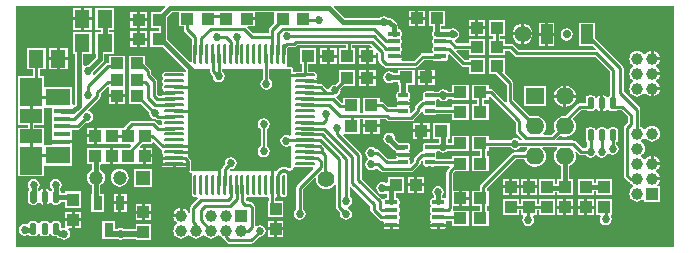
<source format=gtl>
G04 Layer_Physical_Order=1*
G04 Layer_Color=255*
%FSLAX23Y23*%
%MOIN*%
G70*
G01*
G75*
%ADD10R,0.043X0.039*%
G04:AMPARAMS|DCode=11|XSize=39mil|YSize=22mil|CornerRadius=5mil|HoleSize=0mil|Usage=FLASHONLY|Rotation=270.000|XOffset=0mil|YOffset=0mil|HoleType=Round|Shape=RoundedRectangle|*
%AMROUNDEDRECTD11*
21,1,0.039,0.011,0,0,270.0*
21,1,0.029,0.022,0,0,270.0*
1,1,0.011,-0.005,-0.014*
1,1,0.011,-0.005,0.014*
1,1,0.011,0.005,0.014*
1,1,0.011,0.005,-0.014*
%
%ADD11ROUNDEDRECTD11*%
%ADD12R,0.039X0.043*%
%ADD13R,0.051X0.059*%
%ADD14R,0.039X0.067*%
G04:AMPARAMS|DCode=15|XSize=16mil|YSize=33mil|CornerRadius=4mil|HoleSize=0mil|Usage=FLASHONLY|Rotation=90.000|XOffset=0mil|YOffset=0mil|HoleType=Round|Shape=RoundedRectangle|*
%AMROUNDEDRECTD15*
21,1,0.016,0.026,0,0,90.0*
21,1,0.008,0.033,0,0,90.0*
1,1,0.008,0.013,0.004*
1,1,0.008,0.013,-0.004*
1,1,0.008,-0.013,-0.004*
1,1,0.008,-0.013,0.004*
%
%ADD15ROUNDEDRECTD15*%
G04:AMPARAMS|DCode=16|XSize=16mil|YSize=41mil|CornerRadius=4mil|HoleSize=0mil|Usage=FLASHONLY|Rotation=90.000|XOffset=0mil|YOffset=0mil|HoleType=Round|Shape=RoundedRectangle|*
%AMROUNDEDRECTD16*
21,1,0.016,0.033,0,0,90.0*
21,1,0.008,0.041,0,0,90.0*
1,1,0.008,0.017,0.004*
1,1,0.008,0.017,-0.004*
1,1,0.008,-0.017,-0.004*
1,1,0.008,-0.017,0.004*
%
%ADD16ROUNDEDRECTD16*%
%ADD17R,0.031X0.047*%
%ADD18R,0.075X0.094*%
%ADD19R,0.075X0.046*%
%ADD20R,0.054X0.018*%
%ADD21R,0.083X0.058*%
%ADD22O,0.010X0.071*%
%ADD23O,0.071X0.010*%
%ADD24C,0.010*%
%ADD25C,0.016*%
%ADD26C,0.020*%
%ADD27C,0.008*%
%ADD28C,0.014*%
%ADD29R,0.055X0.031*%
%ADD30R,0.016X0.039*%
%ADD31C,0.028*%
%ADD32R,0.039X0.039*%
%ADD33C,0.039*%
%ADD34R,0.039X0.039*%
%ADD35C,0.055*%
%ADD36O,0.062X0.055*%
%ADD37R,0.062X0.055*%
%ADD38C,0.047*%
%ADD39R,0.047X0.047*%
%ADD40C,0.027*%
%ADD41C,0.031*%
G36*
X2038Y-402D02*
X-153D01*
Y402D01*
X342D01*
X344Y397D01*
X327Y381D01*
X294D01*
Y329D01*
X322D01*
Y317D01*
X293D01*
Y265D01*
X335D01*
X413Y188D01*
Y183D01*
X408Y180D01*
X408Y180D01*
X404Y181D01*
X343D01*
X338Y180D01*
X335Y178D01*
X332Y174D01*
X331Y170D01*
X332Y165D01*
X334Y163D01*
X334Y160D01*
X334Y156D01*
X332Y154D01*
X331Y150D01*
X332Y146D01*
X334Y144D01*
X334Y140D01*
X334Y137D01*
X332Y135D01*
X331Y130D01*
X332Y126D01*
X334Y124D01*
X334Y120D01*
X334Y117D01*
X333Y116D01*
X373D01*
Y106D01*
X332D01*
X331Y105D01*
X329Y102D01*
X320D01*
X315Y107D01*
Y151D01*
X315Y151D01*
X314Y155D01*
X312Y159D01*
X312Y159D01*
X296Y175D01*
Y184D01*
X296Y184D01*
X295Y188D01*
X293Y192D01*
X293Y192D01*
X277Y208D01*
Y236D01*
X222D01*
Y187D01*
X222Y184D01*
X222D01*
Y182D01*
X222Y182D01*
Y130D01*
X222Y130D01*
X222Y128D01*
X222D01*
X222Y125D01*
Y76D01*
X259D01*
X291Y45D01*
X290Y43D01*
X292Y35D01*
X296Y29D01*
X302Y25D01*
X310Y23D01*
X313Y24D01*
X316Y22D01*
X320Y21D01*
X329D01*
X331Y18D01*
X332Y16D01*
X331Y12D01*
X332Y9D01*
X331Y7D01*
X329Y4D01*
X322D01*
X311Y15D01*
X307Y17D01*
X303Y18D01*
X231D01*
X226Y17D01*
X223Y15D01*
X208Y-0D01*
X205Y-4D01*
X205Y-4D01*
X193D01*
Y-4D01*
X190Y-4D01*
X190Y-4D01*
X140D01*
X138Y-4D01*
X133Y-4D01*
X114D01*
Y-32D01*
Y-59D01*
X133D01*
X135Y-59D01*
X140Y-59D01*
X190D01*
Y-59D01*
X193Y-59D01*
Y-59D01*
X227D01*
X229Y-64D01*
X222Y-71D01*
X195D01*
X193Y-71D01*
X188Y-71D01*
X169D01*
Y-98D01*
Y-126D01*
X188D01*
X190Y-126D01*
X195Y-126D01*
X243D01*
X245Y-126D01*
Y-126D01*
X248D01*
X248Y-126D01*
X269D01*
Y-98D01*
Y-71D01*
X260D01*
X258Y-66D01*
X265Y-59D01*
X300D01*
Y-55D01*
X304Y-53D01*
X326Y-74D01*
X329Y-77D01*
X330Y-77D01*
X332Y-82D01*
X331Y-86D01*
X332Y-91D01*
X334Y-93D01*
X334Y-96D01*
X334Y-100D01*
X333Y-101D01*
X373D01*
Y-111D01*
X333D01*
X334Y-112D01*
X334Y-116D01*
X334Y-119D01*
X333Y-121D01*
X413D01*
X412Y-119D01*
X412Y-116D01*
X412Y-112D01*
X413Y-111D01*
X419Y-110D01*
X421Y-112D01*
X422Y-114D01*
X423Y-117D01*
Y-147D01*
X423Y-149D01*
X424Y-151D01*
X426Y-153D01*
X426Y-153D01*
X426Y-154D01*
X428Y-154D01*
X430Y-155D01*
X430Y-155D01*
X431Y-156D01*
X433Y-160D01*
X433Y-161D01*
X432Y-165D01*
Y-226D01*
X433Y-230D01*
X435Y-234D01*
X439Y-236D01*
X443Y-237D01*
X447Y-236D01*
X452Y-238D01*
X452Y-239D01*
X452Y-239D01*
X428Y-264D01*
X425Y-268D01*
X425Y-272D01*
Y-288D01*
X420Y-288D01*
X418Y-285D01*
X414Y-280D01*
X409Y-276D01*
X402Y-273D01*
X401Y-273D01*
Y-298D01*
X396D01*
Y-303D01*
X370D01*
X371Y-305D01*
X373Y-311D01*
X377Y-316D01*
X382Y-320D01*
X383Y-323D01*
Y-323D01*
X382Y-326D01*
X377Y-330D01*
X373Y-335D01*
X371Y-341D01*
X370Y-348D01*
X371Y-355D01*
X373Y-361D01*
X377Y-366D01*
X383Y-370D01*
X389Y-373D01*
X396Y-374D01*
X402Y-373D01*
X409Y-370D01*
X414Y-366D01*
X418Y-361D01*
X421Y-361D01*
X421D01*
X423Y-361D01*
X427Y-366D01*
X433Y-370D01*
X439Y-373D01*
X446Y-374D01*
X452Y-373D01*
X459Y-370D01*
X464Y-366D01*
X468Y-361D01*
X471Y-361D01*
X471D01*
X473Y-361D01*
X477Y-366D01*
X483Y-370D01*
X489Y-373D01*
X496Y-374D01*
X502Y-373D01*
X509Y-370D01*
X514Y-366D01*
X518Y-361D01*
X521Y-361D01*
X521D01*
X523Y-361D01*
X527Y-366D01*
X533Y-370D01*
X535Y-371D01*
X535Y-372D01*
X538Y-376D01*
X549Y-387D01*
X553Y-390D01*
X557Y-391D01*
X630D01*
X635Y-390D01*
X638Y-387D01*
X657Y-369D01*
X659Y-369D01*
X667Y-367D01*
X673Y-363D01*
X677Y-357D01*
X679Y-349D01*
X677Y-341D01*
X673Y-335D01*
X667Y-331D01*
X659Y-329D01*
X651Y-331D01*
X647Y-333D01*
X642Y-331D01*
Y-269D01*
X641Y-265D01*
X639Y-261D01*
X631Y-253D01*
X627Y-251D01*
X623Y-250D01*
X613D01*
X612Y-249D01*
Y-239D01*
X615Y-237D01*
X617Y-236D01*
X620Y-237D01*
X624Y-236D01*
X627Y-235D01*
X630Y-234D01*
X633Y-235D01*
X636Y-236D01*
X640Y-237D01*
X644Y-236D01*
X646Y-235D01*
X650Y-234D01*
X653Y-235D01*
X655Y-236D01*
X660Y-237D01*
X664Y-236D01*
X666Y-235D01*
X669Y-234D01*
X673Y-235D01*
X675Y-236D01*
X679Y-237D01*
X683Y-236D01*
X685Y-237D01*
X688Y-239D01*
Y-248D01*
X685D01*
Y-303D01*
X737D01*
Y-248D01*
X710D01*
Y-239D01*
X713Y-237D01*
X714Y-237D01*
Y-196D01*
X724D01*
Y-236D01*
X725Y-235D01*
X728Y-234D01*
X732Y-235D01*
X734Y-236D01*
X738Y-237D01*
X743Y-236D01*
X746Y-234D01*
X749Y-230D01*
X749Y-226D01*
Y-165D01*
X749Y-161D01*
X746Y-157D01*
X743Y-155D01*
X738Y-154D01*
X734Y-155D01*
X732Y-156D01*
X728Y-157D01*
X725Y-156D01*
X723Y-155D01*
X723Y-154D01*
X722Y-149D01*
X726Y-145D01*
X728Y-144D01*
X731Y-143D01*
X747D01*
X750Y-144D01*
X751Y-145D01*
X752Y-146D01*
X753Y-147D01*
X754Y-148D01*
X755Y-148D01*
X756Y-148D01*
X757Y-148D01*
X759Y-148D01*
X764Y-147D01*
X765Y-146D01*
X767Y-145D01*
X767Y-144D01*
X768Y-144D01*
X768Y-142D01*
X768Y-141D01*
Y-139D01*
X773Y-136D01*
X773Y-136D01*
X778Y-137D01*
X835D01*
X837Y-142D01*
X783Y-196D01*
X781Y-200D01*
X780Y-204D01*
Y-276D01*
X777Y-278D01*
X773Y-284D01*
X771Y-292D01*
X773Y-300D01*
X777Y-306D01*
X783Y-310D01*
X791Y-312D01*
X799Y-310D01*
X805Y-306D01*
X809Y-300D01*
X811Y-292D01*
X809Y-284D01*
X805Y-278D01*
X802Y-276D01*
Y-209D01*
X840Y-171D01*
X845Y-173D01*
X844Y-176D01*
X845Y-185D01*
X849Y-193D01*
X854Y-200D01*
X861Y-205D01*
X869Y-209D01*
X878Y-210D01*
X887Y-209D01*
X895Y-205D01*
X902Y-200D01*
X906Y-195D01*
X911Y-197D01*
Y-268D01*
X912Y-273D01*
X914Y-276D01*
X926Y-289D01*
X926Y-292D01*
X927Y-300D01*
X932Y-306D01*
X938Y-310D01*
X946Y-312D01*
X953Y-310D01*
X960Y-306D01*
X964Y-300D01*
X966Y-292D01*
X964Y-284D01*
X960Y-278D01*
X953Y-274D01*
X951Y-273D01*
Y-268D01*
X954Y-267D01*
X961Y-263D01*
X965Y-257D01*
X967Y-249D01*
X965Y-241D01*
X961Y-235D01*
X958Y-233D01*
Y-203D01*
X963Y-201D01*
X1027Y-265D01*
Y-279D01*
X1028Y-284D01*
X1031Y-287D01*
X1054Y-311D01*
X1058Y-313D01*
X1062Y-314D01*
X1070D01*
X1070Y-314D01*
X1072Y-319D01*
X1071Y-321D01*
X1071Y-324D01*
X1124D01*
X1123Y-321D01*
X1121Y-318D01*
Y-314D01*
X1123Y-311D01*
X1124Y-307D01*
Y-299D01*
X1123Y-295D01*
X1121Y-292D01*
Y-289D01*
X1123Y-285D01*
X1124Y-282D01*
Y-274D01*
X1123Y-270D01*
X1121Y-266D01*
Y-263D01*
X1123Y-260D01*
X1124Y-256D01*
Y-248D01*
X1123Y-244D01*
X1121Y-241D01*
X1118Y-239D01*
X1114Y-238D01*
X1111D01*
Y-221D01*
X1139D01*
Y-170D01*
X1084D01*
Y-187D01*
X1079Y-190D01*
X1075Y-187D01*
X1067Y-185D01*
X1059Y-187D01*
X1053Y-191D01*
X1049Y-198D01*
X1047Y-205D01*
X1049Y-213D01*
X1053Y-219D01*
X1059Y-224D01*
X1067Y-225D01*
X1075Y-224D01*
X1078Y-221D01*
X1083Y-224D01*
Y-238D01*
X1081D01*
X1077Y-239D01*
X1073Y-241D01*
X1072Y-243D01*
X1067Y-243D01*
X1066Y-243D01*
X1066Y-242D01*
X1066Y-242D01*
X998Y-174D01*
Y-96D01*
X998Y-96D01*
X997Y-92D01*
X995Y-88D01*
X935Y-29D01*
X938Y-24D01*
X991D01*
Y24D01*
X1002D01*
Y7D01*
X1058D01*
Y24D01*
X1078D01*
X1081Y21D01*
X1085Y19D01*
X1089Y18D01*
X1163D01*
X1168Y19D01*
X1171Y21D01*
X1193Y43D01*
X1195Y46D01*
X1196Y50D01*
X1196Y50D01*
X1200Y49D01*
X1201Y48D01*
X1202Y44D01*
X1204Y41D01*
X1208Y38D01*
X1211Y38D01*
X1237D01*
X1241Y38D01*
X1244Y41D01*
X1299D01*
Y21D01*
X1354D01*
Y73D01*
X1299D01*
Y63D01*
X1248D01*
X1248Y63D01*
X1245Y68D01*
X1246Y70D01*
X1247Y73D01*
Y81D01*
X1247Y85D01*
X1247Y85D01*
X1249Y90D01*
X1255D01*
X1256Y89D01*
X1262Y85D01*
X1270Y83D01*
X1278Y85D01*
X1284Y89D01*
X1285Y90D01*
X1299D01*
Y88D01*
X1354D01*
Y139D01*
X1299D01*
Y116D01*
X1285D01*
X1284Y117D01*
X1278Y121D01*
X1270Y123D01*
X1262Y121D01*
X1256Y117D01*
X1255Y116D01*
X1241D01*
X1241Y116D01*
X1237Y117D01*
X1211D01*
X1208Y116D01*
X1204Y114D01*
X1202Y111D01*
X1201Y107D01*
Y99D01*
X1202Y95D01*
X1203Y93D01*
X1203Y92D01*
X1202Y89D01*
X1201Y88D01*
X1198Y88D01*
X1195Y85D01*
X1195Y85D01*
X1177Y68D01*
X1175Y64D01*
X1174Y60D01*
Y55D01*
X1163Y45D01*
X1158Y47D01*
X1159Y48D01*
Y56D01*
X1158Y60D01*
X1156Y63D01*
Y66D01*
X1158Y70D01*
X1158Y72D01*
X1113D01*
X1114Y70D01*
X1114Y69D01*
X1111Y64D01*
X1086D01*
X1072Y78D01*
X1068Y80D01*
X1064Y81D01*
X1058D01*
Y96D01*
X1002D01*
Y46D01*
X991D01*
Y96D01*
X936D01*
Y79D01*
X931D01*
X913Y96D01*
X915Y102D01*
X915Y102D01*
X922Y106D01*
X926Y112D01*
X928Y120D01*
X927Y123D01*
X940Y136D01*
X977D01*
Y188D01*
X922D01*
Y150D01*
X911Y139D01*
X908Y140D01*
X900Y138D01*
X894Y134D01*
X889Y128D01*
X889Y125D01*
X883Y123D01*
X869Y138D01*
X865Y141D01*
X861Y141D01*
X852D01*
X850Y144D01*
X850Y145D01*
X808D01*
Y155D01*
X848D01*
X848Y156D01*
X847Y160D01*
X848Y163D01*
X849Y165D01*
X850Y170D01*
X849Y174D01*
X847Y178D01*
X843Y180D01*
X839Y181D01*
X820D01*
Y208D01*
X847D01*
Y260D01*
X792D01*
Y208D01*
X798D01*
Y181D01*
X768D01*
Y192D01*
X767Y197D01*
X762Y198D01*
X750D01*
X748Y203D01*
X749Y205D01*
X749Y209D01*
Y260D01*
X753Y263D01*
X771D01*
X775Y264D01*
X779Y266D01*
X783Y271D01*
X945D01*
Y260D01*
X922D01*
Y208D01*
X977D01*
Y260D01*
X967D01*
Y271D01*
X1026D01*
X1033Y264D01*
X1031Y260D01*
X1022D01*
Y239D01*
X1044D01*
Y246D01*
X1049Y248D01*
X1053Y244D01*
Y221D01*
X1054Y217D01*
X1057Y214D01*
X1070Y200D01*
X1070Y200D01*
X1074Y197D01*
X1078Y196D01*
X1177D01*
X1181Y197D01*
X1185Y200D01*
X1206Y221D01*
X1236D01*
X1239Y219D01*
X1243Y219D01*
X1276D01*
X1280Y219D01*
X1284Y222D01*
X1286Y225D01*
X1287Y229D01*
Y237D01*
X1286Y238D01*
X1291Y240D01*
X1328Y203D01*
X1332Y200D01*
X1336Y199D01*
X1354D01*
Y176D01*
X1409D01*
Y227D01*
X1354D01*
Y222D01*
X1341D01*
X1313Y249D01*
X1315Y254D01*
X1354D01*
Y239D01*
X1409D01*
Y291D01*
X1354D01*
Y277D01*
X1314D01*
X1307Y283D01*
X1309Y289D01*
X1311Y289D01*
X1317Y294D01*
X1321Y300D01*
X1323Y308D01*
X1321Y315D01*
X1317Y322D01*
X1311Y326D01*
X1303Y328D01*
X1295Y326D01*
X1291Y323D01*
X1278D01*
X1276Y323D01*
X1263D01*
Y334D01*
X1276D01*
Y386D01*
X1221D01*
Y334D01*
X1235D01*
Y319D01*
X1234Y317D01*
X1233Y313D01*
Y305D01*
X1234Y302D01*
X1236Y298D01*
Y295D01*
X1234Y292D01*
X1233Y288D01*
Y280D01*
X1234Y276D01*
X1236Y273D01*
Y269D01*
X1234Y266D01*
X1233Y262D01*
Y254D01*
X1234Y250D01*
X1235Y248D01*
X1233Y244D01*
X1233Y243D01*
X1202D01*
X1197Y243D01*
X1194Y240D01*
X1172Y219D01*
X1132D01*
X1130Y224D01*
X1130Y225D01*
X1131Y228D01*
X1104D01*
Y238D01*
X1131D01*
X1130Y240D01*
X1128Y244D01*
Y247D01*
X1130Y250D01*
X1131Y254D01*
Y262D01*
X1130Y266D01*
X1128Y269D01*
Y273D01*
X1130Y276D01*
X1131Y280D01*
Y288D01*
X1130Y292D01*
X1128Y295D01*
Y298D01*
X1130Y302D01*
X1131Y305D01*
Y313D01*
X1130Y317D01*
X1128Y320D01*
X1125Y323D01*
X1121Y323D01*
X1118D01*
Y333D01*
X1117Y338D01*
X1114Y343D01*
X1100Y357D01*
X1096Y360D01*
X1090Y361D01*
X1085D01*
X1079Y365D01*
X1071Y367D01*
X1063Y365D01*
X1057Y361D01*
X941D01*
X905Y397D01*
X907Y402D01*
X2038D01*
Y-402D01*
D02*
G37*
G36*
X762Y191D02*
Y181D01*
Y-29D01*
X757Y-31D01*
X755Y-30D01*
X747Y-28D01*
X739Y-30D01*
X733Y-34D01*
X729Y-40D01*
X727Y-48D01*
X729Y-56D01*
X733Y-62D01*
X739Y-66D01*
X747Y-68D01*
X755Y-66D01*
X757Y-65D01*
X762Y-67D01*
Y-137D01*
X758Y-140D01*
X756Y-140D01*
X752Y-138D01*
X748Y-137D01*
X730D01*
X726Y-138D01*
X722Y-140D01*
X722Y-141D01*
X722Y-141D01*
X713Y-149D01*
X561D01*
X559Y-144D01*
X560Y-142D01*
X561Y-143D01*
X569Y-141D01*
X575Y-137D01*
X579Y-130D01*
X581Y-123D01*
X579Y-115D01*
X575Y-109D01*
X569Y-104D01*
X561Y-103D01*
X553Y-104D01*
X547Y-109D01*
X543Y-115D01*
X541Y-123D01*
X542Y-126D01*
X534Y-134D01*
X531Y-138D01*
X530Y-142D01*
Y-149D01*
X432D01*
X431Y-149D01*
X431Y-149D01*
X431Y-148D01*
X430Y-148D01*
X430Y-148D01*
X430Y-147D01*
X429Y-147D01*
Y-147D01*
X429Y-146D01*
Y-116D01*
X429Y-116D01*
X428Y-112D01*
X426Y-109D01*
X426Y-109D01*
X426Y-108D01*
X426Y-108D01*
X419Y-101D01*
Y192D01*
X491D01*
Y184D01*
X492Y180D01*
X494Y176D01*
X501Y169D01*
X501Y167D01*
X502Y159D01*
X507Y153D01*
X513Y149D01*
X521Y147D01*
X528Y149D01*
X535Y153D01*
X539Y159D01*
X541Y167D01*
X539Y175D01*
X535Y181D01*
X533Y182D01*
Y192D01*
X668D01*
Y156D01*
X666Y155D01*
X662Y149D01*
X660Y141D01*
X662Y133D01*
X666Y127D01*
X672Y123D01*
X680Y121D01*
X688Y123D01*
X694Y127D01*
X698Y133D01*
X700Y141D01*
X698Y149D01*
X694Y155D01*
X690Y158D01*
Y192D01*
X758D01*
X762Y191D01*
D02*
G37*
G36*
X389Y333D02*
X406D01*
Y323D01*
X407Y319D01*
X409Y315D01*
X432Y292D01*
Y270D01*
Y241D01*
Y216D01*
X427Y213D01*
X350Y290D01*
Y364D01*
X366Y380D01*
X389D01*
Y333D01*
D02*
G37*
G36*
X706Y345D02*
X691Y330D01*
X689Y326D01*
X688Y322D01*
Y310D01*
X636D01*
X617Y328D01*
X620Y333D01*
X641D01*
Y354D01*
X614D01*
Y364D01*
X641D01*
Y380D01*
X706D01*
Y345D01*
D02*
G37*
%LPC*%
G36*
X1490Y-174D02*
X1469D01*
Y-197D01*
X1490D01*
Y-174D01*
D02*
G37*
G36*
X299Y-141D02*
X240D01*
Y-201D01*
X299D01*
Y-141D01*
D02*
G37*
G36*
X191Y-141D02*
X183Y-142D01*
X176Y-145D01*
X170Y-150D01*
X165Y-156D01*
X162Y-163D01*
X161Y-171D01*
X162Y-179D01*
X165Y-186D01*
X170Y-192D01*
X176Y-197D01*
X183Y-200D01*
X191Y-201D01*
X199Y-200D01*
X206Y-197D01*
X212Y-192D01*
X217Y-186D01*
X220Y-179D01*
X221Y-171D01*
X220Y-163D01*
X217Y-156D01*
X212Y-150D01*
X206Y-145D01*
X199Y-142D01*
X191Y-141D01*
D02*
G37*
G36*
X1550Y-174D02*
X1529D01*
Y-197D01*
X1550D01*
Y-174D01*
D02*
G37*
G36*
X1581D02*
X1560D01*
Y-197D01*
X1581D01*
Y-174D01*
D02*
G37*
G36*
X1521Y-174D02*
X1500D01*
Y-197D01*
X1521D01*
Y-174D01*
D02*
G37*
G36*
Y-207D02*
X1500D01*
Y-230D01*
X1521D01*
Y-207D01*
D02*
G37*
G36*
X1550Y-207D02*
X1529D01*
Y-230D01*
X1550D01*
Y-207D01*
D02*
G37*
G36*
X1354Y-214D02*
X1332D01*
Y-235D01*
X1354D01*
Y-214D01*
D02*
G37*
G36*
X1490Y-207D02*
X1469D01*
Y-230D01*
X1490D01*
Y-207D01*
D02*
G37*
G36*
X1206Y-200D02*
X1183D01*
Y-221D01*
X1206D01*
Y-200D01*
D02*
G37*
G36*
X-22Y-175D02*
X-30Y-177D01*
X-36Y-181D01*
X-40Y-187D01*
X-42Y-195D01*
X-40Y-203D01*
X-36Y-209D01*
Y-212D01*
X-39Y-215D01*
X-44Y-215D01*
X-46Y-212D01*
X-49Y-210D01*
X-54Y-209D01*
X-54D01*
Y-235D01*
Y-261D01*
X-54D01*
X-49Y-260D01*
X-46Y-257D01*
X-43Y-254D01*
X-43Y-254D01*
X-38Y-254D01*
X-38Y-254D01*
X-36Y-257D01*
X-32Y-260D01*
X-27Y-261D01*
X-17D01*
X-12Y-260D01*
X-8Y-257D01*
X-6Y-254D01*
X-5Y-251D01*
X10D01*
Y-272D01*
X61D01*
Y-217D01*
X10D01*
Y-223D01*
X-5D01*
Y-221D01*
X-6Y-216D01*
X-8Y-213D01*
Y-209D01*
X-4Y-203D01*
X-2Y-195D01*
X-4Y-187D01*
X-8Y-181D01*
X-14Y-177D01*
X-22Y-175D01*
D02*
G37*
G36*
X1581Y-207D02*
X1560D01*
Y-230D01*
X1581D01*
Y-207D01*
D02*
G37*
G36*
X1173Y-200D02*
X1151D01*
Y-221D01*
X1173D01*
Y-200D01*
D02*
G37*
G36*
X104Y-37D02*
X83D01*
Y-59D01*
X104D01*
Y-37D01*
D02*
G37*
G36*
X1291Y11D02*
X1236D01*
Y-41D01*
X1256D01*
Y-55D01*
X1255Y-55D01*
X1241D01*
X1241Y-55D01*
X1237Y-54D01*
X1211D01*
X1207Y-55D01*
X1204Y-57D01*
X1202Y-61D01*
X1201Y-64D01*
Y-72D01*
X1202Y-76D01*
X1203Y-78D01*
X1201Y-83D01*
X1201Y-83D01*
X1199D01*
X1199Y-83D01*
X1195Y-84D01*
X1191Y-86D01*
X1191Y-86D01*
X1175Y-103D01*
X1172Y-106D01*
X1171Y-111D01*
Y-117D01*
X1163Y-125D01*
X1161Y-124D01*
X1158Y-123D01*
Y-116D01*
X1158Y-112D01*
X1155Y-108D01*
Y-105D01*
X1158Y-102D01*
X1158Y-99D01*
X1113D01*
X1113Y-102D01*
X1114Y-103D01*
X1112Y-108D01*
X1112Y-108D01*
X1085D01*
X1057Y-80D01*
X1054Y-78D01*
X1049Y-77D01*
X1046D01*
X1044Y-74D01*
X1038Y-70D01*
X1030Y-68D01*
X1022Y-70D01*
X1016Y-74D01*
X1012Y-81D01*
X1010Y-88D01*
X1012Y-96D01*
X1016Y-102D01*
X1019Y-104D01*
Y-110D01*
X1016Y-112D01*
X1012Y-119D01*
X1010Y-126D01*
X1012Y-134D01*
X1016Y-140D01*
X1022Y-145D01*
X1030Y-146D01*
X1038Y-145D01*
X1044Y-140D01*
X1045Y-140D01*
X1050Y-139D01*
X1060Y-149D01*
X1060Y-149D01*
X1064Y-151D01*
X1068Y-152D01*
X1163D01*
X1167Y-151D01*
X1171Y-149D01*
X1190Y-129D01*
X1193Y-126D01*
X1194Y-121D01*
Y-115D01*
X1197Y-112D01*
X1201Y-114D01*
X1201Y-116D01*
Y-124D01*
X1202Y-127D01*
X1204Y-131D01*
X1207Y-133D01*
X1211Y-134D01*
X1237D01*
X1241Y-133D01*
X1244Y-131D01*
X1290D01*
X1292Y-136D01*
X1283Y-144D01*
X1281Y-148D01*
X1280Y-152D01*
Y-237D01*
X1275Y-240D01*
X1273Y-239D01*
X1269Y-238D01*
X1266D01*
Y-232D01*
X1270Y-226D01*
X1272Y-218D01*
X1270Y-211D01*
X1266Y-204D01*
X1260Y-200D01*
X1252Y-198D01*
X1244Y-200D01*
X1238Y-204D01*
X1234Y-211D01*
X1232Y-218D01*
X1234Y-226D01*
X1238Y-232D01*
Y-238D01*
X1236D01*
X1232Y-239D01*
X1229Y-241D01*
X1227Y-244D01*
X1226Y-248D01*
Y-256D01*
X1227Y-260D01*
X1229Y-263D01*
Y-266D01*
X1227Y-270D01*
X1226Y-274D01*
Y-282D01*
X1227Y-285D01*
X1229Y-289D01*
Y-292D01*
X1227Y-295D01*
X1226Y-299D01*
Y-307D01*
X1227Y-311D01*
X1229Y-314D01*
Y-318D01*
X1227Y-321D01*
X1226Y-324D01*
X1279D01*
X1279Y-321D01*
X1278Y-319D01*
X1280Y-314D01*
X1280Y-314D01*
X1299D01*
Y-333D01*
X1354D01*
Y-282D01*
X1303D01*
X1301Y-277D01*
X1301Y-276D01*
X1302Y-272D01*
Y-266D01*
X1322D01*
Y-240D01*
Y-214D01*
X1302D01*
Y-157D01*
X1309Y-150D01*
X1354D01*
Y-98D01*
X1299D01*
Y-109D01*
X1247D01*
X1247Y-108D01*
X1245Y-104D01*
X1246Y-102D01*
X1247Y-98D01*
Y-90D01*
X1246Y-87D01*
X1246Y-86D01*
X1249Y-82D01*
X1255D01*
X1256Y-83D01*
X1262Y-87D01*
X1270Y-88D01*
X1277Y-87D01*
X1284Y-83D01*
X1285Y-82D01*
X1299D01*
Y-82D01*
X1354D01*
Y-31D01*
X1299D01*
Y-55D01*
X1284D01*
X1284Y-55D01*
Y-41D01*
X1291D01*
Y11D01*
D02*
G37*
G36*
X300Y-71D02*
X279D01*
Y-93D01*
X300D01*
Y-71D01*
D02*
G37*
G36*
X1090Y-21D02*
X1082Y-23D01*
X1076Y-27D01*
X1072Y-34D01*
X1070Y-41D01*
X1072Y-49D01*
X1076Y-55D01*
X1082Y-60D01*
X1090Y-61D01*
X1107Y-78D01*
X1111Y-81D01*
X1112Y-83D01*
X1113Y-86D01*
X1113Y-89D01*
X1158D01*
X1158Y-86D01*
X1155Y-83D01*
Y-80D01*
X1158Y-76D01*
X1158Y-72D01*
Y-64D01*
X1158Y-61D01*
X1155Y-57D01*
X1152Y-55D01*
X1148Y-54D01*
X1136D01*
X1136Y-54D01*
X1123D01*
X1110Y-41D01*
X1108Y-34D01*
X1104Y-27D01*
X1098Y-23D01*
X1090Y-21D01*
D02*
G37*
G36*
X104Y-4D02*
X83D01*
Y-27D01*
X104D01*
Y-4D01*
D02*
G37*
G36*
X1025Y-3D02*
X1002D01*
Y-24D01*
X1025D01*
Y-3D01*
D02*
G37*
G36*
X1191Y-20D02*
X1169D01*
Y-41D01*
X1191D01*
Y-20D01*
D02*
G37*
G36*
X1224D02*
X1201D01*
Y-41D01*
X1224D01*
Y-20D01*
D02*
G37*
G36*
X671Y27D02*
X663Y25D01*
X657Y21D01*
X652Y15D01*
X651Y7D01*
X652Y-1D01*
X657Y-7D01*
X661Y-10D01*
Y-66D01*
X657Y-69D01*
X652Y-75D01*
X651Y-83D01*
X652Y-91D01*
X657Y-97D01*
X663Y-101D01*
X671Y-103D01*
X678Y-101D01*
X685Y-97D01*
X689Y-91D01*
X691Y-83D01*
X689Y-75D01*
X685Y-69D01*
X681Y-66D01*
Y-10D01*
X685Y-7D01*
X689Y-1D01*
X691Y7D01*
X689Y15D01*
X685Y21D01*
X678Y25D01*
X671Y27D01*
D02*
G37*
G36*
X1831Y-174D02*
X1779D01*
Y-188D01*
X1771D01*
Y-174D01*
X1719D01*
Y-230D01*
X1771D01*
Y-216D01*
X1779D01*
Y-230D01*
X1831D01*
Y-174D01*
D02*
G37*
G36*
X368Y-131D02*
X333D01*
X335Y-134D01*
X338Y-136D01*
X343Y-137D01*
X368D01*
Y-131D01*
D02*
G37*
G36*
X1173Y-170D02*
X1151D01*
Y-190D01*
X1173D01*
Y-170D01*
D02*
G37*
G36*
X1206D02*
X1183D01*
Y-190D01*
X1206D01*
Y-170D01*
D02*
G37*
G36*
X300Y-103D02*
X279D01*
Y-126D01*
X300D01*
Y-103D01*
D02*
G37*
G36*
X1971Y-100D02*
Y-120D01*
X1991D01*
X1991Y-118D01*
X1988Y-112D01*
X1984Y-107D01*
X1979Y-103D01*
X1972Y-100D01*
X1971Y-100D01*
D02*
G37*
G36*
X413Y-131D02*
X378D01*
Y-137D01*
X404D01*
X408Y-136D01*
X412Y-134D01*
X413Y-131D01*
D02*
G37*
G36*
X138Y-71D02*
X135D01*
X133Y-71D01*
X83D01*
Y-126D01*
X98D01*
Y-145D01*
X97Y-145D01*
X91Y-150D01*
X86Y-156D01*
X83Y-163D01*
X82Y-171D01*
X83Y-179D01*
X86Y-186D01*
X91Y-192D01*
X97Y-197D01*
X98Y-197D01*
Y-225D01*
X96D01*
Y-284D01*
X139D01*
Y-225D01*
X126D01*
Y-197D01*
X127Y-197D01*
X133Y-192D01*
X138Y-186D01*
X141Y-179D01*
X142Y-171D01*
X141Y-163D01*
X138Y-156D01*
X133Y-150D01*
X127Y-145D01*
X126Y-145D01*
Y-130D01*
X130Y-126D01*
X138Y-126D01*
X140Y-126D01*
X159D01*
Y-98D01*
Y-71D01*
X140D01*
X138Y-71D01*
D02*
G37*
G36*
X214Y-225D02*
X197D01*
Y-250D01*
X214D01*
Y-225D01*
D02*
G37*
G36*
X1831Y-241D02*
X1779D01*
Y-296D01*
X1792D01*
X1794Y-301D01*
X1793Y-303D01*
X1791Y-310D01*
X1793Y-318D01*
X1797Y-324D01*
X1803Y-329D01*
X1811Y-330D01*
X1819Y-329D01*
X1825Y-324D01*
X1829Y-318D01*
X1831Y-310D01*
X1829Y-303D01*
X1828Y-301D01*
X1830Y-296D01*
X1831D01*
Y-241D01*
D02*
G37*
G36*
X-17Y-315D02*
X-27D01*
X-32Y-316D01*
X-36Y-319D01*
X-38Y-322D01*
X-38Y-322D01*
X-43Y-322D01*
X-43Y-322D01*
X-46Y-319D01*
X-49Y-316D01*
X-54Y-315D01*
X-65D01*
X-69Y-316D01*
X-73Y-319D01*
X-76Y-322D01*
X-76Y-322D01*
X-80D01*
X-81Y-322D01*
X-83Y-319D01*
X-87Y-316D01*
X-91Y-315D01*
X-102D01*
X-107Y-316D01*
X-110Y-319D01*
X-113Y-322D01*
X-113Y-324D01*
X-119Y-327D01*
X-119Y-327D01*
X-126Y-325D01*
X-134Y-327D01*
X-140Y-331D01*
X-145Y-337D01*
X-146Y-345D01*
X-145Y-353D01*
X-140Y-359D01*
X-134Y-363D01*
X-126Y-365D01*
X-119Y-363D01*
X-113Y-360D01*
X-113Y-360D01*
X-110Y-364D01*
X-107Y-366D01*
X-102Y-367D01*
X-91D01*
X-87Y-366D01*
X-83Y-364D01*
X-81Y-360D01*
X-80Y-360D01*
X-76D01*
X-76Y-360D01*
X-73Y-364D01*
X-69Y-366D01*
X-65Y-367D01*
X-54D01*
X-49Y-366D01*
X-46Y-364D01*
X-43Y-360D01*
X-43Y-360D01*
X-38Y-360D01*
X-38Y-360D01*
X-36Y-364D01*
X-32Y-366D01*
X-27Y-367D01*
X-18D01*
X-17Y-368D01*
X-13Y-371D01*
X-9Y-372D01*
X-8Y-372D01*
X-2Y-376D01*
X6Y-378D01*
X13Y-376D01*
X20Y-372D01*
X24Y-366D01*
X26Y-358D01*
X24Y-350D01*
X20Y-344D01*
X20Y-343D01*
X21Y-339D01*
X31D01*
Y-316D01*
X10D01*
Y-335D01*
X6Y-338D01*
X6Y-338D01*
X0Y-339D01*
X-4Y-336D01*
X-5Y-336D01*
Y-327D01*
X-6Y-322D01*
X-8Y-319D01*
X-12Y-316D01*
X-17Y-315D01*
D02*
G37*
G36*
X706Y-315D02*
X685D01*
Y-337D01*
X706D01*
Y-315D01*
D02*
G37*
G36*
X737D02*
X716D01*
Y-337D01*
X737D01*
Y-315D01*
D02*
G37*
G36*
X31Y-284D02*
X10D01*
Y-306D01*
X31D01*
Y-284D01*
D02*
G37*
G36*
X61D02*
X41D01*
Y-306D01*
X61D01*
Y-284D01*
D02*
G37*
G36*
X265Y-291D02*
X244D01*
Y-313D01*
X265D01*
Y-291D01*
D02*
G37*
G36*
X295D02*
X275D01*
Y-313D01*
X295D01*
Y-291D01*
D02*
G37*
G36*
X737Y-347D02*
X716D01*
Y-370D01*
X737D01*
Y-347D01*
D02*
G37*
G36*
X1092Y-334D02*
X1071D01*
X1071Y-337D01*
X1073Y-340D01*
X1077Y-342D01*
X1081Y-343D01*
X1092D01*
Y-334D01*
D02*
G37*
G36*
X177Y-316D02*
X133D01*
Y-375D01*
X177D01*
Y-374D01*
X184D01*
X187Y-377D01*
X195Y-378D01*
X202Y-377D01*
X206Y-374D01*
X244D01*
Y-380D01*
X295D01*
Y-325D01*
X244D01*
Y-342D01*
X206D01*
X202Y-340D01*
X195Y-338D01*
X187Y-340D01*
X184Y-342D01*
X177D01*
Y-316D01*
D02*
G37*
G36*
X706Y-347D02*
X685D01*
Y-370D01*
X706D01*
Y-347D01*
D02*
G37*
G36*
X1279Y-334D02*
X1258D01*
Y-343D01*
X1269D01*
X1273Y-342D01*
X1277Y-340D01*
X1279Y-337D01*
X1279Y-334D01*
D02*
G37*
G36*
X61Y-316D02*
X41D01*
Y-339D01*
X61D01*
Y-316D01*
D02*
G37*
G36*
X1124Y-334D02*
X1102D01*
Y-343D01*
X1114D01*
X1118Y-342D01*
X1121Y-340D01*
X1123Y-337D01*
X1124Y-334D01*
D02*
G37*
G36*
X1248D02*
X1226D01*
X1227Y-337D01*
X1229Y-340D01*
X1232Y-342D01*
X1236Y-343D01*
X1248D01*
Y-334D01*
D02*
G37*
G36*
X1740Y-274D02*
X1719D01*
Y-296D01*
X1740D01*
Y-274D01*
D02*
G37*
G36*
X1771Y-241D02*
X1750D01*
Y-264D01*
X1771D01*
Y-241D01*
D02*
G37*
G36*
X1670Y-241D02*
X1649D01*
Y-264D01*
X1670D01*
Y-241D01*
D02*
G37*
G36*
X1354Y-245D02*
X1332D01*
Y-266D01*
X1354D01*
Y-245D01*
D02*
G37*
G36*
X1740Y-241D02*
X1719D01*
Y-264D01*
X1740D01*
Y-241D01*
D02*
G37*
G36*
X1641D02*
X1589D01*
Y-258D01*
X1581D01*
Y-241D01*
X1529D01*
Y-258D01*
X1521D01*
Y-241D01*
X1469D01*
Y-296D01*
X1521D01*
Y-280D01*
X1529D01*
Y-296D01*
X1534D01*
X1537Y-301D01*
X1535Y-305D01*
X1533Y-312D01*
X1535Y-320D01*
X1539Y-326D01*
X1545Y-331D01*
X1553Y-332D01*
X1561Y-331D01*
X1567Y-326D01*
X1571Y-320D01*
X1573Y-312D01*
X1571Y-305D01*
X1569Y-301D01*
X1572Y-296D01*
X1581D01*
Y-280D01*
X1589D01*
Y-296D01*
X1641D01*
Y-241D01*
D02*
G37*
G36*
X187Y-225D02*
X171D01*
Y-250D01*
X187D01*
Y-225D01*
D02*
G37*
G36*
X1701Y-241D02*
X1680D01*
Y-264D01*
X1701D01*
Y-241D01*
D02*
G37*
G36*
X-96Y-175D02*
X-104Y-177D01*
X-110Y-181D01*
X-115Y-187D01*
X-116Y-195D01*
X-115Y-203D01*
X-111Y-209D01*
Y-213D01*
X-113Y-216D01*
X-114Y-221D01*
Y-249D01*
X-113Y-254D01*
X-110Y-257D01*
X-107Y-260D01*
X-102Y-261D01*
X-102D01*
X-97Y-262D01*
X-91Y-261D01*
X-91D01*
X-87Y-260D01*
X-83Y-257D01*
X-81Y-254D01*
X-80Y-254D01*
X-76D01*
X-76Y-254D01*
X-73Y-257D01*
X-69Y-260D01*
X-65Y-261D01*
X-64D01*
Y-235D01*
Y-209D01*
X-65D01*
X-69Y-210D01*
X-73Y-212D01*
X-74Y-214D01*
X-80Y-214D01*
X-82Y-212D01*
Y-209D01*
X-78Y-203D01*
X-76Y-195D01*
X-78Y-187D01*
X-82Y-181D01*
X-89Y-177D01*
X-96Y-175D01*
D02*
G37*
G36*
X1701Y-274D02*
X1680D01*
Y-296D01*
X1701D01*
Y-274D01*
D02*
G37*
G36*
X391Y-273D02*
X389Y-273D01*
X383Y-276D01*
X377Y-280D01*
X373Y-285D01*
X371Y-291D01*
X370Y-293D01*
X391D01*
Y-273D01*
D02*
G37*
G36*
X1771Y-274D02*
X1750D01*
Y-296D01*
X1771D01*
Y-274D01*
D02*
G37*
G36*
X1670Y-274D02*
X1649D01*
Y-296D01*
X1670D01*
Y-274D01*
D02*
G37*
G36*
X265Y-258D02*
X244D01*
Y-281D01*
X265D01*
Y-258D01*
D02*
G37*
G36*
X295D02*
X275D01*
Y-281D01*
X295D01*
Y-258D01*
D02*
G37*
G36*
X187Y-260D02*
X171D01*
Y-284D01*
X187D01*
Y-260D01*
D02*
G37*
G36*
X214D02*
X197D01*
Y-284D01*
X214D01*
Y-260D01*
D02*
G37*
G36*
X249Y317D02*
X227D01*
Y296D01*
X249D01*
Y317D01*
D02*
G37*
G36*
X282D02*
X259D01*
Y296D01*
X282D01*
Y317D01*
D02*
G37*
G36*
X1567Y304D02*
X1539D01*
Y275D01*
X1543Y276D01*
X1551Y279D01*
X1558Y285D01*
X1563Y292D01*
X1567Y300D01*
X1567Y304D01*
D02*
G37*
G36*
X1681Y327D02*
X1673Y325D01*
X1667Y321D01*
X1662Y314D01*
X1661Y307D01*
X1662Y299D01*
X1667Y292D01*
X1673Y288D01*
X1681Y286D01*
X1689Y288D01*
X1695Y292D01*
X1700Y299D01*
X1701Y307D01*
X1700Y314D01*
X1695Y321D01*
X1689Y325D01*
X1681Y327D01*
D02*
G37*
G36*
X1609Y346D02*
X1588D01*
Y312D01*
X1609D01*
Y346D01*
D02*
G37*
G36*
X1640D02*
X1619D01*
Y312D01*
X1640D01*
Y346D01*
D02*
G37*
G36*
X1377Y323D02*
X1354D01*
Y302D01*
X1377D01*
Y323D01*
D02*
G37*
G36*
X1409D02*
X1387D01*
Y302D01*
X1409D01*
Y323D01*
D02*
G37*
G36*
X1012Y260D02*
X989D01*
Y239D01*
X1012D01*
Y260D01*
D02*
G37*
G36*
X249Y286D02*
X227D01*
Y265D01*
X249D01*
Y286D01*
D02*
G37*
G36*
X881Y260D02*
X859D01*
Y239D01*
X881D01*
Y260D01*
D02*
G37*
G36*
X914D02*
X891D01*
Y239D01*
X914D01*
Y260D01*
D02*
G37*
G36*
X1640Y302D02*
X1619D01*
Y267D01*
X1640D01*
Y302D01*
D02*
G37*
G36*
X1529Y304D02*
X1501D01*
X1501Y300D01*
X1505Y292D01*
X1510Y285D01*
X1517Y279D01*
X1525Y276D01*
X1529Y275D01*
Y304D01*
D02*
G37*
G36*
X282Y286D02*
X259D01*
Y265D01*
X282D01*
Y286D01*
D02*
G37*
G36*
X1609Y302D02*
X1588D01*
Y267D01*
X1609D01*
Y302D01*
D02*
G37*
G36*
X249Y381D02*
X227D01*
Y360D01*
X249D01*
Y381D01*
D02*
G37*
G36*
X282D02*
X259D01*
Y360D01*
X282D01*
Y381D01*
D02*
G37*
G36*
X1177Y355D02*
X1154D01*
Y334D01*
X1177D01*
Y355D01*
D02*
G37*
G36*
X1209D02*
X1187D01*
Y334D01*
X1209D01*
Y355D01*
D02*
G37*
G36*
X1177Y386D02*
X1154D01*
Y365D01*
X1177D01*
Y386D01*
D02*
G37*
G36*
X1209D02*
X1187D01*
Y365D01*
X1209D01*
Y386D01*
D02*
G37*
G36*
X62Y394D02*
X35D01*
Y363D01*
X62D01*
Y394D01*
D02*
G37*
G36*
X98D02*
X72D01*
Y363D01*
X98D01*
Y394D01*
D02*
G37*
G36*
X62Y353D02*
X35D01*
Y322D01*
X62D01*
Y353D01*
D02*
G37*
G36*
X98D02*
X72D01*
Y322D01*
X98D01*
Y353D01*
D02*
G37*
G36*
X1529Y342D02*
X1525Y341D01*
X1517Y338D01*
X1510Y333D01*
X1505Y326D01*
X1501Y317D01*
X1501Y314D01*
X1529D01*
Y342D01*
D02*
G37*
G36*
X1539D02*
Y314D01*
X1567D01*
X1567Y317D01*
X1563Y326D01*
X1558Y333D01*
X1551Y338D01*
X1543Y341D01*
X1539Y342D01*
D02*
G37*
G36*
X1377Y354D02*
X1354D01*
Y333D01*
X1377D01*
Y354D01*
D02*
G37*
G36*
X1409D02*
X1387D01*
Y333D01*
X1409D01*
Y354D01*
D02*
G37*
G36*
X249Y350D02*
X227D01*
Y329D01*
X249D01*
Y350D01*
D02*
G37*
G36*
X282D02*
X259D01*
Y329D01*
X282D01*
Y350D01*
D02*
G37*
G36*
X19Y262D02*
X-8D01*
Y231D01*
X19D01*
Y262D01*
D02*
G37*
G36*
X1916Y251D02*
X1909Y250D01*
X1903Y247D01*
X1897Y243D01*
X1893Y238D01*
X1891Y232D01*
X1890Y225D01*
X1891Y218D01*
X1893Y212D01*
X1897Y207D01*
X1902Y203D01*
X1903Y200D01*
Y200D01*
X1902Y197D01*
X1897Y193D01*
X1893Y188D01*
X1891Y182D01*
X1890Y175D01*
X1891Y168D01*
X1893Y162D01*
X1897Y157D01*
X1902Y153D01*
X1903Y150D01*
Y150D01*
X1902Y147D01*
X1897Y143D01*
X1893Y138D01*
X1891Y132D01*
X1890Y125D01*
X1891Y118D01*
X1893Y112D01*
X1897Y107D01*
X1903Y103D01*
X1909Y100D01*
X1916Y99D01*
X1922Y100D01*
X1929Y103D01*
X1934Y107D01*
X1938Y112D01*
X1941Y112D01*
X1941D01*
X1943Y112D01*
X1947Y107D01*
X1953Y103D01*
X1959Y100D01*
X1961Y100D01*
Y125D01*
X1966D01*
Y130D01*
X1991D01*
X1991Y132D01*
X1988Y138D01*
X1984Y143D01*
X1979Y147D01*
X1978Y150D01*
Y150D01*
X1979Y153D01*
X1984Y157D01*
X1988Y162D01*
X1991Y168D01*
X1991Y170D01*
X1966D01*
Y180D01*
X1991D01*
X1991Y182D01*
X1988Y188D01*
X1984Y193D01*
X1979Y197D01*
X1978Y200D01*
Y200D01*
X1979Y203D01*
X1984Y207D01*
X1988Y212D01*
X1991Y218D01*
X1991Y220D01*
X1966D01*
Y225D01*
X1961D01*
Y250D01*
X1959Y250D01*
X1953Y247D01*
X1947Y243D01*
X1943Y238D01*
X1941Y238D01*
X1941D01*
X1938Y238D01*
X1934Y243D01*
X1929Y247D01*
X1922Y250D01*
X1916Y251D01*
D02*
G37*
G36*
X1991Y120D02*
X1971D01*
Y100D01*
X1972Y100D01*
X1979Y103D01*
X1984Y107D01*
X1988Y112D01*
X1991Y118D01*
X1991Y120D01*
D02*
G37*
G36*
X1476Y227D02*
X1421D01*
Y176D01*
X1444D01*
X1481Y139D01*
Y85D01*
X1481Y82D01*
X1477Y80D01*
X1436Y121D01*
X1432Y123D01*
X1428Y124D01*
X1421D01*
Y139D01*
X1366D01*
Y88D01*
X1382D01*
Y73D01*
X1366D01*
Y21D01*
X1421D01*
Y73D01*
X1404D01*
Y88D01*
X1421D01*
Y97D01*
X1426Y99D01*
X1512Y13D01*
Y-17D01*
X1513Y-21D01*
X1515Y-25D01*
X1532Y-42D01*
X1531Y-47D01*
X1526Y-47D01*
X1524Y-44D01*
X1518Y-40D01*
X1510Y-38D01*
X1502Y-40D01*
X1496Y-44D01*
X1494Y-47D01*
X1421D01*
Y-31D01*
X1366D01*
Y-82D01*
X1392D01*
Y-98D01*
X1366D01*
Y-150D01*
X1421D01*
Y-98D01*
X1415D01*
Y-82D01*
X1421D01*
Y-69D01*
X1494D01*
X1496Y-72D01*
X1502Y-76D01*
X1510Y-78D01*
X1518Y-76D01*
X1524Y-72D01*
X1526Y-69D01*
X1548D01*
X1550Y-74D01*
X1548Y-76D01*
X1542Y-83D01*
X1541Y-87D01*
X1506D01*
X1502Y-88D01*
X1498Y-90D01*
X1396Y-193D01*
X1393Y-196D01*
X1392Y-201D01*
Y-214D01*
X1366D01*
Y-266D01*
X1392D01*
Y-282D01*
X1366D01*
Y-333D01*
X1421D01*
Y-282D01*
X1415D01*
Y-266D01*
X1421D01*
Y-214D01*
X1415D01*
Y-205D01*
X1511Y-109D01*
X1539D01*
X1542Y-117D01*
X1548Y-124D01*
X1555Y-129D01*
X1563Y-133D01*
X1571Y-134D01*
X1579D01*
X1587Y-133D01*
X1595Y-129D01*
X1602Y-124D01*
X1608Y-117D01*
X1611Y-109D01*
X1612Y-100D01*
X1611Y-91D01*
X1608Y-83D01*
X1602Y-76D01*
X1600Y-74D01*
X1602Y-69D01*
X1648D01*
X1650Y-74D01*
X1648Y-76D01*
X1642Y-83D01*
X1639Y-91D01*
X1638Y-100D01*
X1639Y-109D01*
X1642Y-117D01*
X1648Y-124D01*
X1655Y-129D01*
X1661Y-132D01*
Y-174D01*
X1649D01*
Y-191D01*
X1641D01*
Y-174D01*
X1589D01*
Y-230D01*
X1641D01*
Y-219D01*
X1649D01*
Y-230D01*
X1701D01*
Y-174D01*
X1689D01*
Y-132D01*
X1695Y-129D01*
X1702Y-124D01*
X1708Y-117D01*
X1711Y-109D01*
X1712Y-100D01*
X1711Y-91D01*
X1710Y-87D01*
X1714Y-84D01*
X1721Y-92D01*
X1725Y-95D01*
X1729Y-96D01*
X1745D01*
X1747Y-98D01*
X1753Y-103D01*
X1761Y-104D01*
X1769Y-103D01*
X1775Y-98D01*
X1777Y-96D01*
X1783D01*
X1784Y-98D01*
X1790Y-103D01*
X1798Y-104D01*
X1806Y-103D01*
X1812Y-98D01*
X1816Y-92D01*
X1817Y-91D01*
X1822Y-90D01*
X1827Y-93D01*
X1835Y-95D01*
X1843Y-93D01*
X1849Y-89D01*
X1853Y-83D01*
X1855Y-75D01*
X1853Y-67D01*
X1849Y-61D01*
X1847Y-59D01*
Y-53D01*
X1849Y-52D01*
X1852Y-48D01*
X1852Y-44D01*
Y-15D01*
X1852Y-11D01*
X1849Y-7D01*
X1845Y-4D01*
X1841Y-3D01*
X1830D01*
X1826Y-4D01*
X1822Y-7D01*
X1819Y-11D01*
X1819Y-11D01*
X1814D01*
X1814Y-11D01*
X1812Y-7D01*
X1808Y-4D01*
X1803Y-3D01*
X1793D01*
X1788Y-4D01*
X1784Y-7D01*
X1782Y-11D01*
X1782Y-11D01*
X1777D01*
X1777Y-11D01*
X1774Y-7D01*
X1770Y-4D01*
X1766Y-3D01*
X1755D01*
X1751Y-4D01*
X1747Y-7D01*
X1744Y-11D01*
X1744Y-15D01*
Y-44D01*
X1744Y-48D01*
X1747Y-52D01*
X1749Y-53D01*
Y-69D01*
X1747Y-70D01*
X1745Y-73D01*
X1734D01*
X1711Y-50D01*
X1707Y-48D01*
X1703Y-47D01*
X1648D01*
X1647Y-42D01*
X1658Y-31D01*
X1663Y-33D01*
X1671Y-34D01*
X1679D01*
X1687Y-33D01*
X1695Y-29D01*
X1702Y-24D01*
X1708Y-17D01*
X1711Y-9D01*
X1712Y0D01*
X1711Y9D01*
X1708Y17D01*
X1702Y24D01*
X1702Y24D01*
X1702Y29D01*
X1728Y55D01*
X1747D01*
X1747Y54D01*
X1751Y52D01*
X1755Y51D01*
X1766D01*
X1770Y52D01*
X1774Y54D01*
X1777Y58D01*
X1777Y58D01*
X1782D01*
X1782Y58D01*
X1784Y54D01*
X1788Y52D01*
X1793Y51D01*
X1793D01*
Y77D01*
Y103D01*
X1793D01*
X1788Y102D01*
X1784Y100D01*
X1782Y96D01*
X1782Y96D01*
X1777D01*
X1777Y96D01*
X1774Y100D01*
X1770Y102D01*
X1766Y103D01*
X1755D01*
X1751Y102D01*
X1747Y100D01*
X1744Y96D01*
X1744Y91D01*
Y77D01*
X1724D01*
X1719Y76D01*
X1716Y74D01*
X1675Y34D01*
X1671D01*
X1663Y33D01*
X1655Y29D01*
X1648Y24D01*
X1642Y17D01*
X1639Y9D01*
X1638Y0D01*
X1639Y-9D01*
X1642Y-16D01*
X1629Y-28D01*
X1604D01*
X1603Y-23D01*
X1608Y-17D01*
X1611Y-9D01*
X1612Y0D01*
X1611Y9D01*
X1608Y17D01*
X1602Y24D01*
X1595Y29D01*
X1587Y33D01*
X1579Y34D01*
X1571D01*
X1563Y33D01*
X1561Y32D01*
X1503Y90D01*
Y144D01*
X1503Y144D01*
X1502Y148D01*
X1500Y152D01*
X1500Y152D01*
X1479Y173D01*
X1476Y176D01*
X1476D01*
X1476Y176D01*
Y227D01*
D02*
G37*
G36*
Y354D02*
X1421D01*
Y302D01*
X1437D01*
Y291D01*
X1421D01*
Y239D01*
X1476D01*
Y251D01*
X1492D01*
X1508Y235D01*
X1512Y232D01*
X1516Y231D01*
X1516Y231D01*
X1775D01*
X1824Y183D01*
Y101D01*
X1822Y100D01*
X1819Y96D01*
X1819Y96D01*
X1814D01*
X1814Y96D01*
X1812Y100D01*
X1808Y102D01*
X1803Y103D01*
X1803D01*
Y77D01*
Y51D01*
X1803D01*
X1808Y52D01*
X1812Y54D01*
X1814Y58D01*
X1814Y58D01*
X1819D01*
X1819Y58D01*
X1822Y54D01*
X1826Y52D01*
X1830Y51D01*
X1841D01*
X1845Y52D01*
X1849Y54D01*
X1849Y55D01*
X1863D01*
X1885Y33D01*
Y13D01*
X1875Y4D01*
X1873Y-0D01*
X1872Y-4D01*
Y-164D01*
X1873Y-169D01*
X1875Y-172D01*
X1886Y-183D01*
X1889Y-185D01*
X1892Y-186D01*
X1893Y-188D01*
X1897Y-193D01*
X1902Y-197D01*
X1903Y-200D01*
Y-200D01*
X1902Y-203D01*
X1897Y-207D01*
X1893Y-212D01*
X1891Y-218D01*
X1890Y-225D01*
X1891Y-232D01*
X1893Y-238D01*
X1897Y-243D01*
X1903Y-247D01*
X1909Y-250D01*
X1916Y-251D01*
X1922Y-250D01*
X1929Y-247D01*
X1934Y-243D01*
X1935Y-242D01*
X1940Y-244D01*
Y-251D01*
X1991D01*
Y-199D01*
X1984D01*
X1983Y-194D01*
X1984Y-193D01*
X1988Y-188D01*
X1991Y-182D01*
X1991Y-180D01*
X1966D01*
Y-170D01*
X1991D01*
X1991Y-168D01*
X1988Y-162D01*
X1984Y-157D01*
X1979Y-153D01*
X1978Y-150D01*
Y-150D01*
X1979Y-147D01*
X1984Y-143D01*
X1988Y-138D01*
X1991Y-132D01*
X1991Y-130D01*
X1966D01*
Y-125D01*
X1961D01*
Y-100D01*
X1959Y-100D01*
X1953Y-103D01*
X1947Y-107D01*
X1943Y-112D01*
X1941Y-112D01*
X1941D01*
X1938Y-112D01*
X1934Y-107D01*
X1929Y-103D01*
X1928Y-100D01*
Y-100D01*
X1929Y-97D01*
X1934Y-93D01*
X1938Y-88D01*
X1941Y-82D01*
X1942Y-75D01*
X1941Y-68D01*
X1938Y-62D01*
X1934Y-57D01*
X1929Y-53D01*
X1928Y-50D01*
Y-50D01*
X1929Y-47D01*
X1934Y-43D01*
X1938Y-38D01*
X1941Y-38D01*
X1941D01*
X1943Y-38D01*
X1947Y-43D01*
X1953Y-47D01*
X1959Y-50D01*
X1966Y-51D01*
X1972Y-50D01*
X1979Y-47D01*
X1984Y-43D01*
X1988Y-38D01*
X1991Y-32D01*
X1992Y-25D01*
X1991Y-18D01*
X1988Y-12D01*
X1984Y-7D01*
X1979Y-3D01*
X1972Y0D01*
X1966Y1D01*
X1959Y0D01*
X1953Y-3D01*
X1947Y-7D01*
X1943Y-12D01*
X1941Y-12D01*
X1941D01*
X1938Y-12D01*
X1934Y-7D01*
X1929Y-3D01*
X1927Y-2D01*
Y56D01*
X1926Y60D01*
X1924Y64D01*
X1871Y116D01*
Y193D01*
X1870Y197D01*
X1868Y201D01*
X1774Y295D01*
Y346D01*
X1722D01*
Y267D01*
X1770D01*
X1778Y259D01*
X1776Y254D01*
X1521D01*
X1504Y271D01*
X1500Y273D01*
X1496Y274D01*
X1476D01*
Y291D01*
X1460D01*
Y302D01*
X1476D01*
Y354D01*
D02*
G37*
G36*
X1012Y157D02*
X989D01*
Y136D01*
X1012D01*
Y157D01*
D02*
G37*
G36*
X1044D02*
X1022D01*
Y136D01*
X1044D01*
Y157D01*
D02*
G37*
G36*
X1670Y134D02*
X1663Y133D01*
X1655Y129D01*
X1648Y124D01*
X1642Y117D01*
X1639Y109D01*
X1638Y105D01*
X1670D01*
Y134D01*
D02*
G37*
G36*
X1680D02*
Y105D01*
X1712D01*
X1711Y109D01*
X1708Y117D01*
X1702Y124D01*
X1695Y129D01*
X1687Y133D01*
X1680Y134D01*
D02*
G37*
G36*
X1224Y11D02*
X1201D01*
Y-10D01*
X1224D01*
Y11D01*
D02*
G37*
G36*
X1670Y95D02*
X1638D01*
X1639Y91D01*
X1642Y83D01*
X1648Y76D01*
X1655Y71D01*
X1663Y67D01*
X1670Y66D01*
Y95D01*
D02*
G37*
G36*
X1058Y-3D02*
X1035D01*
Y-24D01*
X1058D01*
Y-3D01*
D02*
G37*
G36*
X1191Y11D02*
X1169D01*
Y-10D01*
X1191D01*
Y11D01*
D02*
G37*
G36*
X177Y97D02*
X155D01*
Y76D01*
X177D01*
Y97D01*
D02*
G37*
G36*
X210D02*
X187D01*
Y76D01*
X210D01*
Y97D01*
D02*
G37*
G36*
X1712Y95D02*
X1680D01*
Y66D01*
X1687Y67D01*
X1695Y71D01*
X1702Y76D01*
X1708Y83D01*
X1711Y91D01*
X1712Y95D01*
D02*
G37*
G36*
X1612Y133D02*
X1538D01*
Y67D01*
X1612D01*
Y133D01*
D02*
G37*
G36*
X881Y229D02*
X859D01*
Y208D01*
X881D01*
Y229D01*
D02*
G37*
G36*
X914D02*
X891D01*
Y208D01*
X914D01*
Y229D01*
D02*
G37*
G36*
X19Y221D02*
X-8D01*
Y190D01*
X19D01*
Y221D01*
D02*
G37*
G36*
X173Y394D02*
X110D01*
Y322D01*
X128D01*
Y314D01*
X110D01*
Y242D01*
X111D01*
Y230D01*
X84Y203D01*
X77Y202D01*
X75Y200D01*
X70Y203D01*
Y242D01*
X98D01*
Y314D01*
X35D01*
Y242D01*
X41D01*
Y75D01*
X38Y71D01*
X33Y73D01*
Y132D01*
X-61D01*
Y167D01*
X-76D01*
Y190D01*
X-56D01*
Y262D01*
X-119D01*
Y190D01*
X-98D01*
Y167D01*
X-148D01*
Y62D01*
Y4D01*
X-115D01*
Y-4D01*
X-148D01*
Y-62D01*
Y-167D01*
X-61D01*
Y-132D01*
X33D01*
Y-62D01*
X33D01*
Y-56D01*
X-33D01*
Y-62D01*
X-61D01*
Y-4D01*
X-93D01*
Y4D01*
X-61D01*
Y62D01*
Y62D01*
X-33D01*
Y36D01*
Y11D01*
Y-15D01*
Y-40D01*
Y-46D01*
X33D01*
Y-11D01*
X51D01*
X55Y-10D01*
X58Y-8D01*
X79Y13D01*
X83Y12D01*
X91Y14D01*
X97Y18D01*
X101Y24D01*
X103Y32D01*
X101Y40D01*
X97Y46D01*
X91Y50D01*
X88Y51D01*
X87Y56D01*
X125Y94D01*
X127Y98D01*
X128Y102D01*
Y109D01*
X150Y131D01*
X155Y130D01*
X155Y128D01*
X155Y125D01*
Y107D01*
X210D01*
Y125D01*
X210Y130D01*
X210Y133D01*
Y182D01*
X210D01*
Y184D01*
X210D01*
Y236D01*
X155D01*
Y212D01*
X151D01*
X147Y211D01*
X143Y209D01*
X106Y172D01*
X102Y175D01*
X103Y176D01*
X104Y183D01*
X135Y214D01*
X138Y219D01*
X139Y224D01*
Y242D01*
X173D01*
Y314D01*
X156D01*
Y322D01*
X173D01*
Y394D01*
D02*
G37*
G36*
X1971Y250D02*
Y230D01*
X1991D01*
X1991Y232D01*
X1988Y238D01*
X1984Y243D01*
X1979Y247D01*
X1972Y250D01*
X1971Y250D01*
D02*
G37*
G36*
X-18Y262D02*
X-44D01*
Y231D01*
X-18D01*
Y262D01*
D02*
G37*
G36*
X1012Y229D02*
X989D01*
Y208D01*
X1012D01*
Y229D01*
D02*
G37*
G36*
X1044D02*
X1022D01*
Y208D01*
X1044D01*
Y229D01*
D02*
G37*
G36*
X1012Y188D02*
X989D01*
Y167D01*
X1012D01*
Y188D01*
D02*
G37*
G36*
X1044D02*
X1022D01*
Y167D01*
X1044D01*
Y188D01*
D02*
G37*
G36*
X1208Y158D02*
X1186D01*
Y137D01*
X1208D01*
Y158D01*
D02*
G37*
G36*
X1241D02*
X1218D01*
Y137D01*
X1241D01*
Y158D01*
D02*
G37*
G36*
X1174Y188D02*
X1119D01*
Y177D01*
X1104D01*
X1098Y181D01*
X1090Y183D01*
X1082Y181D01*
X1076Y177D01*
X1072Y170D01*
X1070Y163D01*
X1072Y155D01*
X1076Y149D01*
X1082Y144D01*
X1090Y143D01*
X1098Y144D01*
X1104Y149D01*
X1104Y149D01*
X1119D01*
Y137D01*
X1123D01*
Y117D01*
X1119Y116D01*
X1116Y114D01*
X1114Y111D01*
X1113Y107D01*
Y99D01*
X1114Y95D01*
X1116Y92D01*
Y88D01*
X1114Y85D01*
X1113Y82D01*
X1158D01*
X1158Y85D01*
X1156Y88D01*
Y92D01*
X1158Y95D01*
X1159Y99D01*
Y107D01*
X1158Y111D01*
X1156Y114D01*
X1152Y116D01*
X1151Y117D01*
Y137D01*
X1174D01*
Y188D01*
D02*
G37*
G36*
X-18Y221D02*
X-44D01*
Y190D01*
X-18D01*
Y221D01*
D02*
G37*
G36*
X1208Y188D02*
X1186D01*
Y168D01*
X1208D01*
Y188D01*
D02*
G37*
G36*
X1241D02*
X1218D01*
Y168D01*
X1241D01*
Y188D01*
D02*
G37*
%LPD*%
D10*
X886Y234D02*
D03*
X820D02*
D03*
X1213Y163D02*
D03*
X1147D02*
D03*
X1263Y-15D02*
D03*
X1196D02*
D03*
X1182Y360D02*
D03*
X1248D02*
D03*
X249Y102D02*
D03*
X182D02*
D03*
X950Y234D02*
D03*
X1017D02*
D03*
Y162D02*
D03*
X950D02*
D03*
X734Y357D02*
D03*
X801D02*
D03*
X1448Y265D02*
D03*
X1382D02*
D03*
Y328D02*
D03*
X1448D02*
D03*
X1393Y47D02*
D03*
X1327D02*
D03*
Y114D02*
D03*
X1393D02*
D03*
Y-124D02*
D03*
X1327D02*
D03*
Y-56D02*
D03*
X1393D02*
D03*
X249Y156D02*
D03*
X183D02*
D03*
Y210D02*
D03*
X249D02*
D03*
X254Y291D02*
D03*
X321D02*
D03*
X1112Y-195D02*
D03*
X1178D02*
D03*
X254Y355D02*
D03*
X321D02*
D03*
X417Y359D02*
D03*
X484D02*
D03*
X1382Y202D02*
D03*
X1448D02*
D03*
X1393Y-307D02*
D03*
X1327D02*
D03*
X963Y2D02*
D03*
X1030D02*
D03*
Y70D02*
D03*
X963D02*
D03*
X614Y359D02*
D03*
X547D02*
D03*
X1393Y-240D02*
D03*
X1327D02*
D03*
D11*
X1798Y-29D02*
D03*
X1761D02*
D03*
X1835D02*
D03*
X1761Y77D02*
D03*
X1798D02*
D03*
X1835D02*
D03*
X-59Y-341D02*
D03*
X-97D02*
D03*
X-22Y-341D02*
D03*
X-97Y-235D02*
D03*
X-59D02*
D03*
X-22Y-235D02*
D03*
D12*
X164Y-98D02*
D03*
Y-32D02*
D03*
X219Y-32D02*
D03*
Y-98D02*
D03*
X711Y-342D02*
D03*
Y-276D02*
D03*
X274Y-32D02*
D03*
Y-98D02*
D03*
X1675Y-269D02*
D03*
Y-202D02*
D03*
X1615Y-269D02*
D03*
Y-202D02*
D03*
X1555D02*
D03*
Y-269D02*
D03*
X1495Y-202D02*
D03*
Y-269D02*
D03*
X270Y-353D02*
D03*
Y-286D02*
D03*
X109Y-98D02*
D03*
Y-32D02*
D03*
X1805Y-202D02*
D03*
Y-269D02*
D03*
X1745Y-202D02*
D03*
Y-269D02*
D03*
X36Y-245D02*
D03*
Y-311D02*
D03*
D13*
X-87Y226D02*
D03*
X-13D02*
D03*
X141Y278D02*
D03*
X67D02*
D03*
X67Y358D02*
D03*
X141D02*
D03*
D14*
X1614Y307D02*
D03*
X1748D02*
D03*
D15*
X1136Y-68D02*
D03*
Y-94D02*
D03*
Y-120D02*
D03*
X1224D02*
D03*
Y-94D02*
D03*
Y-68D02*
D03*
X1224Y103D02*
D03*
Y77D02*
D03*
Y52D02*
D03*
X1136D02*
D03*
Y77D02*
D03*
Y103D02*
D03*
D16*
X1104Y309D02*
D03*
Y284D02*
D03*
Y258D02*
D03*
Y233D02*
D03*
X1260Y309D02*
D03*
Y284D02*
D03*
Y258D02*
D03*
Y233D02*
D03*
X1253Y-329D02*
D03*
Y-303D02*
D03*
Y-278D02*
D03*
Y-252D02*
D03*
X1097Y-329D02*
D03*
Y-303D02*
D03*
Y-278D02*
D03*
Y-252D02*
D03*
D17*
X155Y-345D02*
D03*
X118Y-255D02*
D03*
X192D02*
D03*
D18*
X-105Y115D02*
D03*
Y-115D02*
D03*
D19*
Y-33D02*
D03*
Y33D02*
D03*
D20*
X0Y0D02*
D03*
Y-26D02*
D03*
Y-51D02*
D03*
Y51D02*
D03*
Y26D02*
D03*
D21*
X-14Y-97D02*
D03*
Y97D02*
D03*
D22*
X443Y240D02*
D03*
X463D02*
D03*
X482D02*
D03*
X502D02*
D03*
X522D02*
D03*
X541D02*
D03*
X561D02*
D03*
X581D02*
D03*
X600D02*
D03*
X620D02*
D03*
X640D02*
D03*
X660D02*
D03*
X679D02*
D03*
X699D02*
D03*
X719D02*
D03*
X738D02*
D03*
Y-196D02*
D03*
X719D02*
D03*
X699D02*
D03*
X679D02*
D03*
X660D02*
D03*
X640D02*
D03*
X620D02*
D03*
X600D02*
D03*
X581D02*
D03*
X561D02*
D03*
X541D02*
D03*
X522D02*
D03*
X502D02*
D03*
X482D02*
D03*
X463D02*
D03*
X443D02*
D03*
D23*
X808Y170D02*
D03*
Y150D02*
D03*
Y130D02*
D03*
Y111D02*
D03*
Y91D02*
D03*
Y71D02*
D03*
Y52D02*
D03*
Y32D02*
D03*
Y12D02*
D03*
Y-8D02*
D03*
Y-27D02*
D03*
Y-47D02*
D03*
Y-67D02*
D03*
Y-86D02*
D03*
Y-106D02*
D03*
Y-126D02*
D03*
X373D02*
D03*
Y-106D02*
D03*
Y-86D02*
D03*
Y-67D02*
D03*
Y-47D02*
D03*
Y-27D02*
D03*
Y-8D02*
D03*
Y12D02*
D03*
Y32D02*
D03*
Y52D02*
D03*
Y71D02*
D03*
Y91D02*
D03*
Y111D02*
D03*
Y130D02*
D03*
Y150D02*
D03*
Y170D02*
D03*
D24*
X1516Y243D02*
X1780D01*
X1496Y263D02*
X1516Y243D01*
X1448Y263D02*
X1496D01*
X987Y-179D02*
X1058Y-250D01*
Y-273D02*
Y-250D01*
X1038Y-279D02*
Y-260D01*
X967Y-189D02*
X1038Y-260D01*
X418Y-147D02*
Y-116D01*
X408Y-106D02*
X418Y-116D01*
X372Y-106D02*
X408D01*
X719Y-232D02*
X724Y-237D01*
X719Y-232D02*
Y-197D01*
X730Y-148D02*
X748D01*
X719Y-159D02*
X730Y-148D01*
X719Y-197D02*
Y-159D01*
X495Y325D02*
X605D01*
X463Y293D02*
X495Y325D01*
X605D02*
X631Y299D01*
X443Y241D02*
Y297D01*
X417Y323D02*
X443Y297D01*
X417Y323D02*
Y367D01*
X961Y68D02*
X963Y70D01*
X809Y91D02*
X903D01*
X794D02*
X809D01*
X926Y68D02*
X961D01*
X903Y91D02*
X926Y68D01*
X925Y35D02*
X1083D01*
X889Y71D02*
X925Y35D01*
X794Y71D02*
X889D01*
X809Y111D02*
X880D01*
X898D02*
X908Y120D01*
X880Y111D02*
X898D01*
X861Y130D02*
X880Y111D01*
X809Y130D02*
X861D01*
X908Y120D02*
X950Y162D01*
X1080Y283D02*
X1097D01*
X1080Y258D02*
X1108D01*
X1064Y221D02*
Y249D01*
Y221D02*
X1078Y208D01*
X866Y-86D02*
X877Y-97D01*
Y-160D02*
Y-97D01*
X871Y-166D02*
X877Y-160D01*
X630Y-380D02*
X659Y-351D01*
X557Y-380D02*
X630D01*
X631Y-335D02*
Y-269D01*
X618Y-348D02*
X631Y-335D01*
X596Y-348D02*
X618D01*
X623Y-261D02*
X631Y-269D01*
X608Y-261D02*
X623D01*
X600Y-253D02*
X608Y-261D01*
X600Y-253D02*
Y-197D01*
X1811Y-310D02*
Y-275D01*
X679Y150D02*
Y241D01*
X809Y170D02*
Y232D01*
X-104Y-97D02*
Y114D01*
X-97Y-97D02*
X-14D01*
X-87Y97D02*
X-14D01*
X-43Y-51D02*
X0D01*
X1242Y-278D02*
X1285D01*
X1291Y-272D01*
X1218Y-120D02*
X1326D01*
X1724Y66D02*
X1761D01*
X1675Y18D02*
X1724Y66D01*
X1675Y2D02*
Y18D01*
X1748Y305D02*
X1860Y193D01*
Y112D02*
Y193D01*
Y112D02*
X1916Y56D01*
X1780Y243D02*
X1835Y187D01*
Y66D02*
Y187D01*
X1867Y66D02*
X1896Y38D01*
X1835Y66D02*
X1867D01*
X1896Y9D02*
Y38D01*
X1883Y-4D02*
X1896Y9D01*
X1916Y-23D02*
Y56D01*
X1553Y-312D02*
Y-270D01*
X1498Y-269D02*
X1610D01*
X436Y-318D02*
Y-272D01*
Y-318D02*
X446Y-328D01*
Y-348D02*
Y-328D01*
X436Y-272D02*
X461Y-247D01*
X546Y-368D02*
Y-348D01*
X461Y-280D02*
X476Y-265D01*
X461Y-313D02*
Y-280D01*
Y-313D02*
X496Y-348D01*
X-87Y133D02*
Y220D01*
X965Y5D02*
Y33D01*
X1393Y66D02*
Y113D01*
X1242Y-303D02*
X1324D01*
X1090Y77D02*
X1168D01*
X1132Y-94D02*
X1163D01*
X1186Y-71D01*
Y-61D01*
X1186Y-61D01*
Y-33D01*
X1202Y232D02*
X1260D01*
X1097Y283D02*
X1108D01*
X1185Y51D02*
Y60D01*
X1203Y77D01*
X1224D01*
X1448Y188D02*
X1492Y144D01*
Y85D02*
Y144D01*
Y85D02*
X1575Y2D01*
X1177Y208D02*
X1202Y232D01*
X163Y-41D02*
Y-32D01*
X214D02*
Y-22D01*
X218Y-91D02*
X269Y-40D01*
X561Y-237D02*
Y-197D01*
X551Y-247D02*
X561Y-237D01*
X461Y-247D02*
X551D01*
X556Y-265D02*
X556Y-265D01*
X476Y-265D02*
X556D01*
X581Y-242D02*
Y-197D01*
X556Y-265D02*
X558D01*
X581Y-242D01*
X372Y130D02*
X436D01*
X372Y52D02*
X436D01*
X372Y-86D02*
X436D01*
X699Y-197D02*
Y-128D01*
X522Y-197D02*
Y-128D01*
X541Y-197D02*
Y-142D01*
X719Y241D02*
Y310D01*
X484Y367D02*
X547D01*
X561Y241D02*
Y282D01*
X372Y-67D02*
X436D01*
X216Y-32D02*
Y-8D01*
X231Y7D01*
X163Y-32D02*
X164D01*
X214D01*
X1393Y-61D02*
Y-56D01*
X1398Y-65D02*
X1403D01*
Y-116D02*
Y-65D01*
X1404Y-65D01*
Y-58D02*
X1510D01*
X1835Y-63D02*
Y-29D01*
X1798Y-84D02*
Y-29D01*
Y-18D01*
X1634Y-39D02*
X1675Y2D01*
X1703Y-58D02*
X1729Y-84D01*
X1510Y-58D02*
X1703D01*
X1729Y-84D02*
X1761D01*
X1761D01*
X1393Y113D02*
X1428D01*
X1030Y70D02*
X1064D01*
X1081Y53D01*
X1132D01*
X1448Y263D02*
Y324D01*
X303Y7D02*
X318Y-8D01*
X231Y7D02*
X303D01*
X318Y-8D02*
X372D01*
X322Y123D02*
Y210D01*
X794Y-8D02*
X873D01*
X794Y-27D02*
X865D01*
X947Y-109D01*
Y-249D02*
Y-109D01*
X809Y-86D02*
X866D01*
X915Y-24D02*
Y-5D01*
X870Y12D02*
X879Y21D01*
X809Y12D02*
X870D01*
X879Y21D02*
Y41D01*
X794Y12D02*
X809D01*
X1078Y208D02*
X1177D01*
X1883Y-164D02*
Y-4D01*
X1894Y-175D02*
X1916D01*
X1883Y-164D02*
X1894Y-175D01*
X1761Y-84D02*
Y-29D01*
X151Y201D02*
X182D01*
X152Y149D02*
X182D01*
X117Y114D02*
X152Y149D01*
X541Y-142D02*
X561Y-123D01*
X249Y149D02*
X276D01*
X286Y139D01*
X320Y32D02*
X372D01*
X249Y102D02*
X254Y97D01*
X249D02*
X254D01*
X0Y0D02*
X51D01*
X84Y134D02*
X151Y201D01*
X51Y0D02*
X83Y32D01*
X83D01*
X117Y102D02*
Y114D01*
X0Y26D02*
X40D01*
X117Y102D01*
X84Y106D02*
Y134D01*
X267Y-32D02*
X299D01*
X334Y-67D01*
X372D01*
X322Y123D02*
X334Y111D01*
X372D01*
X310Y42D02*
X320Y32D01*
X309Y42D02*
X310D01*
X254Y97D02*
X309Y42D01*
X309Y71D02*
X372D01*
X286Y94D02*
Y139D01*
Y94D02*
X309Y71D01*
X304Y102D02*
X315Y91D01*
X372D01*
X699Y-271D02*
Y-197D01*
X249Y210D02*
X259D01*
X285Y170D02*
Y184D01*
Y170D02*
X304Y151D01*
X259Y210D02*
X285Y184D01*
X304Y102D02*
Y151D01*
X873Y-8D02*
X967Y-102D01*
X915Y-24D02*
X987Y-96D01*
X463Y241D02*
Y293D01*
X544Y299D02*
X561Y282D01*
X514Y299D02*
X544D01*
X581Y241D02*
Y299D01*
X699Y241D02*
Y299D01*
X631D02*
X699D01*
X546Y-368D02*
X557Y-380D01*
X659Y-351D02*
Y-349D01*
X1097Y-303D02*
X1108D01*
X1063Y-278D02*
X1097D01*
Y-278D02*
X1108D01*
X1062Y-303D02*
X1097D01*
X1058Y-273D02*
X1063Y-278D01*
X1038Y-279D02*
X1062Y-303D01*
X987Y-179D02*
Y-96D01*
X967Y-189D02*
Y-102D01*
X1291Y-272D02*
Y-152D01*
X1327Y-116D01*
X1163Y-141D02*
X1182Y-121D01*
Y-111D01*
X1199Y-94D01*
X1218D01*
X1030Y-126D02*
X1053D01*
X1068Y-141D01*
X1163D01*
X1030Y-88D02*
X1049D01*
X1081Y-120D01*
X1136D01*
X713Y170D02*
X809D01*
Y150D02*
X861D01*
X956Y237D02*
Y277D01*
X804Y354D02*
X812D01*
X857D01*
X801Y365D02*
X812Y354D01*
X1260Y283D02*
X1291D01*
X1309Y266D01*
X1382D01*
X1260Y258D02*
X1289D01*
X1336Y211D01*
X1382D01*
X1428Y113D02*
X1523Y18D01*
Y-17D02*
Y18D01*
Y-17D02*
X1545Y-39D01*
X1634D01*
X1403Y-315D02*
Y-201D01*
X1506Y-98D01*
X1575D01*
X1104Y233D02*
X1142D01*
X1224Y52D02*
X1319D01*
X699Y299D02*
Y322D01*
X734Y357D01*
Y365D02*
X734D01*
X1038Y325D02*
X1080Y283D01*
X719Y310D02*
X734Y325D01*
X1038D01*
X750Y300D02*
X1038D01*
X1080Y258D01*
X1031Y282D02*
X1064Y249D01*
X779Y282D02*
X1031D01*
X1083Y35D02*
X1089Y29D01*
X1163D01*
X1185Y51D01*
X738Y264D02*
X748Y274D01*
X771D01*
X779Y282D01*
X738Y240D02*
Y264D01*
X922Y-268D02*
X946Y-292D01*
X808Y-106D02*
X850D01*
X791Y-292D02*
Y-204D01*
X861Y-134D01*
Y-117D01*
X850Y-106D02*
X861Y-117D01*
X809Y-67D02*
X858D01*
X866Y-75D01*
Y-86D02*
Y-75D01*
X860Y-47D02*
X922Y-109D01*
X747Y-47D02*
X860D01*
X922Y-268D02*
Y-109D01*
X502Y184D02*
Y241D01*
Y184D02*
X522Y164D01*
Y241D01*
D25*
X935Y347D02*
X1071D01*
X888Y394D02*
X935Y347D01*
X1071D02*
X1090D01*
X125Y224D02*
Y262D01*
X84Y183D02*
X125Y224D01*
X55Y69D02*
Y267D01*
X360Y394D02*
X888D01*
X-22Y-237D02*
X19D01*
X1303Y308D02*
X1307D01*
X1252Y-251D02*
Y-218D01*
X-97Y-332D02*
X-97Y-332D01*
X1741Y-202D02*
X1797D01*
X1263Y-22D02*
X1270Y-29D01*
X142Y269D02*
Y357D01*
X-97Y-248D02*
X-96Y-247D01*
X1137Y109D02*
Y147D01*
X1090Y163D02*
X1140D01*
X1097Y-252D02*
Y-207D01*
X1067Y-205D02*
X1107D01*
X1270Y-69D02*
Y-68D01*
Y-29D01*
X1307Y308D02*
X1308Y309D01*
X1249D02*
Y341D01*
Y309D02*
X1308D01*
X-126Y-345D02*
X-97D01*
X-96Y-247D02*
Y-195D01*
X-22Y-237D02*
Y-195D01*
X336Y284D02*
X452Y168D01*
X148Y-344D02*
X155Y-350D01*
X-21Y-344D02*
X-7Y-358D01*
X6D01*
X1675Y-100D02*
Y-98D01*
X0Y51D02*
X37D01*
X55Y69D01*
X321Y355D02*
X336Y370D01*
Y284D02*
Y370D01*
X360Y394D01*
X1090Y-41D02*
X1117Y-68D01*
X1136D01*
X112Y-168D02*
Y-102D01*
X109Y-98D02*
X112Y-102D01*
Y-255D02*
X117Y-260D01*
X112Y-255D02*
Y-168D01*
X1104Y309D02*
Y333D01*
X1090Y347D02*
X1104Y333D01*
X1270Y99D02*
Y103D01*
X1618Y-199D02*
X1624Y-205D01*
X1675D01*
Y-100D01*
X1104Y309D02*
X1108D01*
D26*
X195Y-358D02*
X259D01*
X156D02*
X195D01*
D27*
X1498Y-202D02*
X1554D01*
X671Y-83D02*
Y7D01*
D28*
X1325Y-68D02*
X1326Y-67D01*
X1224Y103D02*
X1317D01*
X1224Y-68D02*
X1270D01*
X1325D01*
D29*
X-59Y-288D02*
D03*
D30*
X-59Y-272D02*
D03*
D31*
X1681Y307D02*
D03*
D32*
X596Y-298D02*
D03*
D33*
Y-348D02*
D03*
X546Y-298D02*
D03*
Y-348D02*
D03*
X496Y-298D02*
D03*
Y-348D02*
D03*
X446D02*
D03*
X396Y-298D02*
D03*
Y-348D02*
D03*
X1916Y225D02*
D03*
X1966D02*
D03*
X1916Y175D02*
D03*
X1966D02*
D03*
X1916Y125D02*
D03*
X1966D02*
D03*
X1916Y-25D02*
D03*
X1966D02*
D03*
X1916Y-75D02*
D03*
Y-125D02*
D03*
X1966D02*
D03*
X1916Y-175D02*
D03*
X1966D02*
D03*
X1916Y-225D02*
D03*
D34*
X1966D02*
D03*
D35*
X1534Y309D02*
D03*
X878Y-176D02*
D03*
D36*
X1675Y100D02*
D03*
Y0D02*
D03*
Y-100D02*
D03*
X1575Y0D02*
D03*
Y-100D02*
D03*
D37*
Y100D02*
D03*
D38*
X112Y-171D02*
D03*
X191D02*
D03*
D39*
X270D02*
D03*
D40*
X1071Y347D02*
D03*
X865Y-322D02*
D03*
X791Y-292D02*
D03*
X747Y-48D02*
D03*
X908Y120D02*
D03*
X1061Y111D02*
D03*
X680Y141D02*
D03*
X-126Y-345D02*
D03*
X155Y-268D02*
D03*
X50Y-52D02*
D03*
X195Y-358D02*
D03*
X-47Y-47D02*
D03*
X1303Y308D02*
D03*
X1252Y-218D02*
D03*
X1395Y-5D02*
D03*
X1855Y27D02*
D03*
X1734D02*
D03*
X-59Y-195D02*
D03*
X1060Y-59D02*
D03*
X1030Y-88D02*
D03*
X774Y-163D02*
D03*
X393Y-161D02*
D03*
X1811Y-310D02*
D03*
X1326Y-6D02*
D03*
X1150Y-304D02*
D03*
X1454Y-266D02*
D03*
X1908Y-309D02*
D03*
X1553Y-312D02*
D03*
X947Y-249D02*
D03*
X946Y-292D02*
D03*
X1222Y198D02*
D03*
X196Y-308D02*
D03*
X200Y253D02*
D03*
X1032Y-177D02*
D03*
X-96Y-195D02*
D03*
X17Y168D02*
D03*
X1504Y-145D02*
D03*
X1180Y312D02*
D03*
X1090Y-41D02*
D03*
X1030Y-126D02*
D03*
X1140Y-22D02*
D03*
X1224Y-147D02*
D03*
X1270Y-69D02*
D03*
X1274Y163D02*
D03*
X1464Y-7D02*
D03*
X1455Y144D02*
D03*
X313Y-320D02*
D03*
X114Y-309D02*
D03*
X1755Y-349D02*
D03*
X1618Y-348D02*
D03*
X1178Y100D02*
D03*
X1337Y164D02*
D03*
X990Y-253D02*
D03*
X822Y-210D02*
D03*
X975Y-41D02*
D03*
X1067Y-205D02*
D03*
X229Y-268D02*
D03*
X1798Y126D02*
D03*
X1977Y46D02*
D03*
X1625Y-144D02*
D03*
X1798Y-84D02*
D03*
X1693Y199D02*
D03*
X1765Y180D02*
D03*
X1519Y197D02*
D03*
X1832Y270D02*
D03*
X1926Y341D02*
D03*
X-22Y-195D02*
D03*
X1090Y163D02*
D03*
X521Y167D02*
D03*
X671Y-83D02*
D03*
Y7D02*
D03*
X504Y-88D02*
D03*
X6Y-358D02*
D03*
X1761Y-84D02*
D03*
X1510Y-58D02*
D03*
X1721Y-142D02*
D03*
X915Y-5D02*
D03*
X879Y41D02*
D03*
X666Y-260D02*
D03*
X1029Y-377D02*
D03*
X1453D02*
D03*
X201Y381D02*
D03*
X84Y183D02*
D03*
X396Y278D02*
D03*
X561Y-123D02*
D03*
X83Y32D02*
D03*
X84Y106D02*
D03*
X310Y43D02*
D03*
X247Y48D02*
D03*
X189Y46D02*
D03*
X318Y190D02*
D03*
X353Y210D02*
D03*
X315Y-111D02*
D03*
X1798Y27D02*
D03*
X1835Y-75D02*
D03*
X581Y299D02*
D03*
X514D02*
D03*
X373Y365D02*
D03*
X-41D02*
D03*
X-39Y286D02*
D03*
X672Y358D02*
D03*
X659Y-349D02*
D03*
X-47Y43D02*
D03*
X394Y-222D02*
D03*
X1178Y-245D02*
D03*
X1378Y-168D02*
D03*
X1178Y-79D02*
D03*
X1311Y371D02*
D03*
X1611Y375D02*
D03*
X78Y-266D02*
D03*
X867Y169D02*
D03*
X857Y354D02*
D03*
X1154Y238D02*
D03*
X1270Y103D02*
D03*
X750Y300D02*
D03*
X760Y-365D02*
D03*
D41*
X-48Y-288D02*
D03*
X-71D02*
D03*
M02*

</source>
